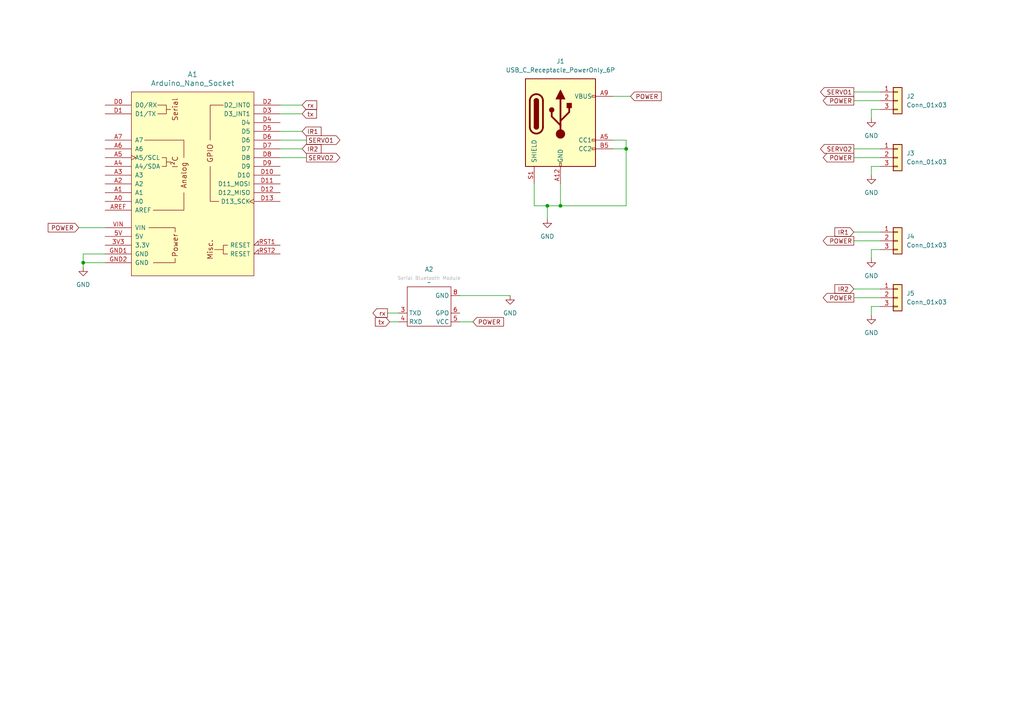
<source format=kicad_sch>
(kicad_sch (version 20230121) (generator eeschema)

  (uuid fe3096c6-5530-4d1c-b536-801d6fd60501)

  (paper "A4")

  (lib_symbols
    (symbol "Connector:USB_C_Receptacle_PowerOnly_6P" (pin_names (offset 1.016)) (in_bom yes) (on_board yes)
      (property "Reference" "J" (at 0 16.51 0)
        (effects (font (size 1.27 1.27)) (justify bottom))
      )
      (property "Value" "USB_C_Receptacle_PowerOnly_6P" (at 0 13.97 0)
        (effects (font (size 1.27 1.27)) (justify bottom))
      )
      (property "Footprint" "" (at 3.81 2.54 0)
        (effects (font (size 1.27 1.27)) hide)
      )
      (property "Datasheet" "https://www.usb.org/sites/default/files/documents/usb_type-c.zip" (at 0 0 0)
        (effects (font (size 1.27 1.27)) hide)
      )
      (property "ki_keywords" "usb universal serial bus type-C power-only charging-only 6P 6C" (at 0 0 0)
        (effects (font (size 1.27 1.27)) hide)
      )
      (property "ki_description" "USB Power-Only 6P Type-C Receptacle connector" (at 0 0 0)
        (effects (font (size 1.27 1.27)) hide)
      )
      (property "ki_fp_filters" "USB*C*Receptacle*" (at 0 0 0)
        (effects (font (size 1.27 1.27)) hide)
      )
      (symbol "USB_C_Receptacle_PowerOnly_6P_0_0"
        (rectangle (start -0.254 -12.7) (end 0.254 -11.684)
          (stroke (width 0) (type default))
          (fill (type none))
        )
        (rectangle (start 10.16 -7.366) (end 9.144 -7.874)
          (stroke (width 0) (type default))
          (fill (type none))
        )
        (rectangle (start 10.16 -4.826) (end 9.144 -5.334)
          (stroke (width 0) (type default))
          (fill (type none))
        )
        (rectangle (start 10.16 7.874) (end 9.144 7.366)
          (stroke (width 0) (type default))
          (fill (type none))
        )
      )
      (symbol "USB_C_Receptacle_PowerOnly_6P_0_1"
        (rectangle (start -10.16 12.7) (end 10.16 -12.7)
          (stroke (width 0.254) (type default))
          (fill (type background))
        )
        (arc (start -8.89 -1.27) (mid -6.985 -3.1667) (end -5.08 -1.27)
          (stroke (width 0.508) (type default))
          (fill (type none))
        )
        (arc (start -7.62 -1.27) (mid -6.985 -1.9023) (end -6.35 -1.27)
          (stroke (width 0.254) (type default))
          (fill (type none))
        )
        (arc (start -7.62 -1.27) (mid -6.985 -1.9023) (end -6.35 -1.27)
          (stroke (width 0.254) (type default))
          (fill (type outline))
        )
        (rectangle (start -7.62 -1.27) (end -6.35 6.35)
          (stroke (width 0.254) (type default))
          (fill (type outline))
        )
        (arc (start -6.35 6.35) (mid -6.985 6.9823) (end -7.62 6.35)
          (stroke (width 0.254) (type default))
          (fill (type none))
        )
        (arc (start -6.35 6.35) (mid -6.985 6.9823) (end -7.62 6.35)
          (stroke (width 0.254) (type default))
          (fill (type outline))
        )
        (arc (start -5.08 6.35) (mid -6.985 8.2467) (end -8.89 6.35)
          (stroke (width 0.508) (type default))
          (fill (type none))
        )
        (circle (center -2.54 3.683) (radius 0.635)
          (stroke (width 0.254) (type default))
          (fill (type outline))
        )
        (circle (center 0 -3.302) (radius 1.27)
          (stroke (width 0) (type default))
          (fill (type outline))
        )
        (polyline
          (pts
            (xy -8.89 -1.27)
            (xy -8.89 6.35)
          )
          (stroke (width 0.508) (type default))
          (fill (type none))
        )
        (polyline
          (pts
            (xy -5.08 6.35)
            (xy -5.08 -1.27)
          )
          (stroke (width 0.508) (type default))
          (fill (type none))
        )
        (polyline
          (pts
            (xy 0 -3.302)
            (xy 0 6.858)
          )
          (stroke (width 0.508) (type default))
          (fill (type none))
        )
        (polyline
          (pts
            (xy 0 -0.762)
            (xy -2.54 1.778)
            (xy -2.54 3.048)
          )
          (stroke (width 0.508) (type default))
          (fill (type none))
        )
        (polyline
          (pts
            (xy 0 0.508)
            (xy 2.54 3.048)
            (xy 2.54 4.318)
          )
          (stroke (width 0.508) (type default))
          (fill (type none))
        )
        (polyline
          (pts
            (xy -1.27 6.858)
            (xy 0 9.398)
            (xy 1.27 6.858)
            (xy -1.27 6.858)
          )
          (stroke (width 0.254) (type default))
          (fill (type outline))
        )
        (rectangle (start 1.905 4.318) (end 3.175 5.588)
          (stroke (width 0.254) (type default))
          (fill (type outline))
        )
      )
      (symbol "USB_C_Receptacle_PowerOnly_6P_1_1"
        (pin passive line (at 0 -17.78 90) (length 5.08)
          (name "GND" (effects (font (size 1.27 1.27))))
          (number "A12" (effects (font (size 1.27 1.27))))
        )
        (pin bidirectional line (at 15.24 -5.08 180) (length 5.08)
          (name "CC1" (effects (font (size 1.27 1.27))))
          (number "A5" (effects (font (size 1.27 1.27))))
        )
        (pin passive line (at 15.24 7.62 180) (length 5.08)
          (name "VBUS" (effects (font (size 1.27 1.27))))
          (number "A9" (effects (font (size 1.27 1.27))))
        )
        (pin passive line (at 0 -17.78 90) (length 5.08) hide
          (name "GND" (effects (font (size 1.27 1.27))))
          (number "B12" (effects (font (size 1.27 1.27))))
        )
        (pin bidirectional line (at 15.24 -7.62 180) (length 5.08)
          (name "CC2" (effects (font (size 1.27 1.27))))
          (number "B5" (effects (font (size 1.27 1.27))))
        )
        (pin passive line (at 15.24 7.62 180) (length 5.08) hide
          (name "VBUS" (effects (font (size 1.27 1.27))))
          (number "B9" (effects (font (size 1.27 1.27))))
        )
        (pin passive line (at -7.62 -17.78 90) (length 5.08)
          (name "SHIELD" (effects (font (size 1.27 1.27))))
          (number "S1" (effects (font (size 1.27 1.27))))
        )
      )
    )
    (symbol "Connector_Generic:Conn_01x03" (pin_names (offset 1.016) hide) (in_bom yes) (on_board yes)
      (property "Reference" "J" (at 0 5.08 0)
        (effects (font (size 1.27 1.27)))
      )
      (property "Value" "Conn_01x03" (at 0 -5.08 0)
        (effects (font (size 1.27 1.27)))
      )
      (property "Footprint" "" (at 0 0 0)
        (effects (font (size 1.27 1.27)) hide)
      )
      (property "Datasheet" "~" (at 0 0 0)
        (effects (font (size 1.27 1.27)) hide)
      )
      (property "ki_keywords" "connector" (at 0 0 0)
        (effects (font (size 1.27 1.27)) hide)
      )
      (property "ki_description" "Generic connector, single row, 01x03, script generated (kicad-library-utils/schlib/autogen/connector/)" (at 0 0 0)
        (effects (font (size 1.27 1.27)) hide)
      )
      (property "ki_fp_filters" "Connector*:*_1x??_*" (at 0 0 0)
        (effects (font (size 1.27 1.27)) hide)
      )
      (symbol "Conn_01x03_1_1"
        (rectangle (start -1.27 -2.413) (end 0 -2.667)
          (stroke (width 0.1524) (type default))
          (fill (type none))
        )
        (rectangle (start -1.27 0.127) (end 0 -0.127)
          (stroke (width 0.1524) (type default))
          (fill (type none))
        )
        (rectangle (start -1.27 2.667) (end 0 2.413)
          (stroke (width 0.1524) (type default))
          (fill (type none))
        )
        (rectangle (start -1.27 3.81) (end 1.27 -3.81)
          (stroke (width 0.254) (type default))
          (fill (type background))
        )
        (pin passive line (at -5.08 2.54 0) (length 3.81)
          (name "Pin_1" (effects (font (size 1.27 1.27))))
          (number "1" (effects (font (size 1.27 1.27))))
        )
        (pin passive line (at -5.08 0 0) (length 3.81)
          (name "Pin_2" (effects (font (size 1.27 1.27))))
          (number "2" (effects (font (size 1.27 1.27))))
        )
        (pin passive line (at -5.08 -2.54 0) (length 3.81)
          (name "Pin_3" (effects (font (size 1.27 1.27))))
          (number "3" (effects (font (size 1.27 1.27))))
        )
      )
    )
    (symbol "PCM_arduino-library:Arduino_Nano_Socket" (pin_names (offset 1.016)) (in_bom yes) (on_board yes)
      (property "Reference" "A" (at 0 33.02 0)
        (effects (font (size 1.524 1.524)))
      )
      (property "Value" "Arduino_Nano_Socket" (at 0 29.21 0)
        (effects (font (size 1.524 1.524)))
      )
      (property "Footprint" "PCM_arduino-library:Arduino_Nano_Socket" (at 0 -34.29 0)
        (effects (font (size 1.524 1.524)) hide)
      )
      (property "Datasheet" "https://docs.arduino.cc/hardware/nano" (at 0 -30.48 0)
        (effects (font (size 1.524 1.524)) hide)
      )
      (property "ki_keywords" "Arduino MPU Shield" (at 0 0 0)
        (effects (font (size 1.27 1.27)) hide)
      )
      (property "ki_description" "Socket for Arduino Nano" (at 0 0 0)
        (effects (font (size 1.27 1.27)) hide)
      )
      (property "ki_fp_filters" "Arduino_Nano_Socket" (at 0 0 0)
        (effects (font (size 1.27 1.27)) hide)
      )
      (symbol "Arduino_Nano_Socket_0_0"
        (rectangle (start -17.78 26.67) (end 17.78 -26.67)
          (stroke (width 0) (type default))
          (fill (type background))
        )
        (polyline
          (pts
            (xy -7.62 6.35)
            (xy -6.35 6.35)
          )
          (stroke (width 0) (type default))
          (fill (type none))
        )
        (polyline
          (pts
            (xy -7.62 21.59)
            (xy -6.35 21.59)
          )
          (stroke (width 0) (type default))
          (fill (type none))
        )
        (polyline
          (pts
            (xy 8.89 -19.05)
            (xy 6.35 -19.05)
          )
          (stroke (width 0) (type default))
          (fill (type none))
        )
        (polyline
          (pts
            (xy -11.43 -22.86)
            (xy -5.08 -22.86)
            (xy -5.08 -21.59)
          )
          (stroke (width 0) (type default))
          (fill (type none))
        )
        (polyline
          (pts
            (xy -5.08 -13.97)
            (xy -5.08 -12.7)
            (xy -12.7 -12.7)
          )
          (stroke (width 0) (type default))
          (fill (type none))
        )
        (polyline
          (pts
            (xy -10.16 22.86)
            (xy -7.62 22.86)
            (xy -7.62 20.32)
            (xy -10.16 20.32)
          )
          (stroke (width 0) (type default))
          (fill (type none))
        )
        (polyline
          (pts
            (xy -8.89 7.62)
            (xy -7.62 7.62)
            (xy -7.62 5.08)
            (xy -8.89 5.08)
          )
          (stroke (width 0) (type default))
          (fill (type none))
        )
        (text "Analog" (at -2.54 2.54 900)
          (effects (font (size 1.524 1.524)))
        )
        (text "I²C" (at -5.08 6.35 900)
          (effects (font (size 1.524 1.524)))
        )
        (text "Misc." (at 5.08 -19.05 900)
          (effects (font (size 1.524 1.524)))
        )
        (text "Power" (at -5.08 -17.78 900)
          (effects (font (size 1.524 1.524)))
        )
        (text "Serial" (at -5.08 21.59 900)
          (effects (font (size 1.524 1.524)))
        )
      )
      (symbol "Arduino_Nano_Socket_0_1"
        (polyline
          (pts
            (xy -13.97 12.7)
            (xy -2.54 12.7)
            (xy -2.54 7.62)
          )
          (stroke (width 0) (type default))
          (fill (type none))
        )
        (polyline
          (pts
            (xy -11.43 -7.62)
            (xy -2.54 -7.62)
            (xy -2.54 -2.54)
          )
          (stroke (width 0) (type default))
          (fill (type none))
        )
        (polyline
          (pts
            (xy 7.62 -5.08)
            (xy 5.08 -5.08)
            (xy 5.08 5.08)
          )
          (stroke (width 0) (type default))
          (fill (type none))
        )
        (polyline
          (pts
            (xy 8.89 22.86)
            (xy 5.08 22.86)
            (xy 5.08 12.7)
          )
          (stroke (width 0) (type default))
          (fill (type none))
        )
        (polyline
          (pts
            (xy 10.16 -17.78)
            (xy 8.89 -17.78)
            (xy 8.89 -20.32)
            (xy 10.16 -20.32)
          )
          (stroke (width 0) (type default))
          (fill (type none))
        )
      )
      (symbol "Arduino_Nano_Socket_1_0"
        (text "GPIO" (at 5.08 8.89 900)
          (effects (font (size 1.524 1.524)))
        )
      )
      (symbol "Arduino_Nano_Socket_1_1"
        (pin power_out line (at -25.4 -17.78 0) (length 7.62)
          (name "3.3V" (effects (font (size 1.27 1.27))))
          (number "3V3" (effects (font (size 1.27 1.27))))
        )
        (pin power_in line (at -25.4 -15.24 0) (length 7.62)
          (name "5V" (effects (font (size 1.27 1.27))))
          (number "5V" (effects (font (size 1.27 1.27))))
        )
        (pin bidirectional line (at -25.4 -5.08 0) (length 7.62)
          (name "A0" (effects (font (size 1.27 1.27))))
          (number "A0" (effects (font (size 1.27 1.27))))
        )
        (pin bidirectional line (at -25.4 -2.54 0) (length 7.62)
          (name "A1" (effects (font (size 1.27 1.27))))
          (number "A1" (effects (font (size 1.27 1.27))))
        )
        (pin bidirectional line (at -25.4 0 0) (length 7.62)
          (name "A2" (effects (font (size 1.27 1.27))))
          (number "A2" (effects (font (size 1.27 1.27))))
        )
        (pin bidirectional line (at -25.4 2.54 0) (length 7.62)
          (name "A3" (effects (font (size 1.27 1.27))))
          (number "A3" (effects (font (size 1.27 1.27))))
        )
        (pin bidirectional line (at -25.4 5.08 0) (length 7.62)
          (name "A4/SDA" (effects (font (size 1.27 1.27))))
          (number "A4" (effects (font (size 1.27 1.27))))
        )
        (pin bidirectional clock (at -25.4 7.62 0) (length 7.62)
          (name "A5/SCL" (effects (font (size 1.27 1.27))))
          (number "A5" (effects (font (size 1.27 1.27))))
        )
        (pin input line (at -25.4 10.16 0) (length 7.62)
          (name "A6" (effects (font (size 1.27 1.27))))
          (number "A6" (effects (font (size 1.27 1.27))))
        )
        (pin input line (at -25.4 12.7 0) (length 7.62)
          (name "A7" (effects (font (size 1.27 1.27))))
          (number "A7" (effects (font (size 1.27 1.27))))
        )
        (pin input line (at -25.4 -7.62 0) (length 7.62)
          (name "AREF" (effects (font (size 1.27 1.27))))
          (number "AREF" (effects (font (size 1.27 1.27))))
        )
        (pin bidirectional line (at -25.4 22.86 0) (length 7.62)
          (name "D0/RX" (effects (font (size 1.27 1.27))))
          (number "D0" (effects (font (size 1.27 1.27))))
        )
        (pin bidirectional line (at -25.4 20.32 0) (length 7.62)
          (name "D1/TX" (effects (font (size 1.27 1.27))))
          (number "D1" (effects (font (size 1.27 1.27))))
        )
        (pin bidirectional line (at 25.4 2.54 180) (length 7.62)
          (name "D10" (effects (font (size 1.27 1.27))))
          (number "D10" (effects (font (size 1.27 1.27))))
        )
        (pin bidirectional line (at 25.4 0 180) (length 7.62)
          (name "D11_MOSI" (effects (font (size 1.27 1.27))))
          (number "D11" (effects (font (size 1.27 1.27))))
        )
        (pin bidirectional line (at 25.4 -2.54 180) (length 7.62)
          (name "D12_MISO" (effects (font (size 1.27 1.27))))
          (number "D12" (effects (font (size 1.27 1.27))))
        )
        (pin bidirectional clock (at 25.4 -5.08 180) (length 7.62)
          (name "D13_SCK" (effects (font (size 1.27 1.27))))
          (number "D13" (effects (font (size 1.27 1.27))))
        )
        (pin bidirectional line (at 25.4 22.86 180) (length 7.62)
          (name "D2_INT0" (effects (font (size 1.27 1.27))))
          (number "D2" (effects (font (size 1.27 1.27))))
        )
        (pin bidirectional line (at 25.4 20.32 180) (length 7.62)
          (name "D3_INT1" (effects (font (size 1.27 1.27))))
          (number "D3" (effects (font (size 1.27 1.27))))
        )
        (pin bidirectional line (at 25.4 17.78 180) (length 7.62)
          (name "D4" (effects (font (size 1.27 1.27))))
          (number "D4" (effects (font (size 1.27 1.27))))
        )
        (pin bidirectional line (at 25.4 15.24 180) (length 7.62)
          (name "D5" (effects (font (size 1.27 1.27))))
          (number "D5" (effects (font (size 1.27 1.27))))
        )
        (pin bidirectional line (at 25.4 12.7 180) (length 7.62)
          (name "D6" (effects (font (size 1.27 1.27))))
          (number "D6" (effects (font (size 1.27 1.27))))
        )
        (pin bidirectional line (at 25.4 10.16 180) (length 7.62)
          (name "D7" (effects (font (size 1.27 1.27))))
          (number "D7" (effects (font (size 1.27 1.27))))
        )
        (pin bidirectional line (at 25.4 7.62 180) (length 7.62)
          (name "D8" (effects (font (size 1.27 1.27))))
          (number "D8" (effects (font (size 1.27 1.27))))
        )
        (pin bidirectional line (at 25.4 5.08 180) (length 7.62)
          (name "D9" (effects (font (size 1.27 1.27))))
          (number "D9" (effects (font (size 1.27 1.27))))
        )
        (pin power_in line (at -25.4 -20.32 0) (length 7.62)
          (name "GND" (effects (font (size 1.27 1.27))))
          (number "GND1" (effects (font (size 1.27 1.27))))
        )
        (pin power_in line (at -25.4 -22.86 0) (length 7.62)
          (name "GND" (effects (font (size 1.27 1.27))))
          (number "GND2" (effects (font (size 1.27 1.27))))
        )
        (pin open_collector input_low (at 25.4 -17.78 180) (length 7.62)
          (name "RESET" (effects (font (size 1.27 1.27))))
          (number "RST1" (effects (font (size 1.27 1.27))))
        )
        (pin open_collector input_low (at 25.4 -20.32 180) (length 7.62)
          (name "RESET" (effects (font (size 1.27 1.27))))
          (number "RST2" (effects (font (size 1.27 1.27))))
        )
        (pin power_in line (at -25.4 -12.7 0) (length 7.62)
          (name "VIN" (effects (font (size 1.27 1.27))))
          (number "VIN" (effects (font (size 1.27 1.27))))
        )
      )
    )
    (symbol "power:GND" (power) (pin_names (offset 0)) (in_bom yes) (on_board yes)
      (property "Reference" "#PWR" (at 0 -6.35 0)
        (effects (font (size 1.27 1.27)) hide)
      )
      (property "Value" "GND" (at 0 -3.81 0)
        (effects (font (size 1.27 1.27)))
      )
      (property "Footprint" "" (at 0 0 0)
        (effects (font (size 1.27 1.27)) hide)
      )
      (property "Datasheet" "" (at 0 0 0)
        (effects (font (size 1.27 1.27)) hide)
      )
      (property "ki_keywords" "global power" (at 0 0 0)
        (effects (font (size 1.27 1.27)) hide)
      )
      (property "ki_description" "Power symbol creates a global label with name \"GND\" , ground" (at 0 0 0)
        (effects (font (size 1.27 1.27)) hide)
      )
      (symbol "GND_0_1"
        (polyline
          (pts
            (xy 0 0)
            (xy 0 -1.27)
            (xy 1.27 -1.27)
            (xy 0 -2.54)
            (xy -1.27 -1.27)
            (xy 0 -1.27)
          )
          (stroke (width 0) (type default))
          (fill (type none))
        )
      )
      (symbol "GND_1_1"
        (pin power_in line (at 0 0 270) (length 0) hide
          (name "GND" (effects (font (size 1.27 1.27))))
          (number "1" (effects (font (size 1.27 1.27))))
        )
      )
    )
    (symbol "project_lib:Serial_bluetooth" (in_bom yes) (on_board yes)
      (property "Reference" "A" (at -6.35 15.24 0)
        (effects (font (size 1.27 1.27)))
      )
      (property "Value" "" (at -6.35 11.43 0)
        (effects (font (size 1.27 1.27)))
      )
      (property "Footprint" "" (at -6.35 11.43 0)
        (effects (font (size 1.27 1.27)) hide)
      )
      (property "Datasheet" "" (at -6.35 11.43 0)
        (effects (font (size 1.27 1.27)) hide)
      )
      (symbol "Serial_bluetooth_0_1"
        (rectangle (start -12.7 10.16) (end 0 -1.27)
          (stroke (width 0) (type default))
          (fill (type none))
        )
      )
      (symbol "Serial_bluetooth_1_1"
        (text "Serial Bluetooth Module\n" (at -6.35 12.7 0)
          (effects (font (size 1 1) (color 194 194 194 1)))
        )
        (pin output line (at -15.24 2.54 0) (length 2.54)
          (name "TXD" (effects (font (size 1.27 1.27))))
          (number "3" (effects (font (size 1.27 1.27))))
        )
        (pin input line (at -15.24 0 0) (length 2.54)
          (name "RXD" (effects (font (size 1.27 1.27))))
          (number "4" (effects (font (size 1.27 1.27))))
        )
        (pin input line (at 2.54 0 180) (length 2.54)
          (name "VCC" (effects (font (size 1.27 1.27))))
          (number "5" (effects (font (size 1.27 1.27))))
        )
        (pin output line (at 2.54 2.54 180) (length 2.54)
          (name "GPO" (effects (font (size 1.27 1.27))))
          (number "6" (effects (font (size 1.27 1.27))))
        )
        (pin output line (at 2.54 7.62 180) (length 2.54)
          (name "GND" (effects (font (size 1.27 1.27))))
          (number "8" (effects (font (size 1.27 1.27))))
        )
      )
    )
  )

  (junction (at 158.75 59.69) (diameter 0) (color 0 0 0 0)
    (uuid 085d87ee-fc48-4481-95a4-1c41c2b25c91)
  )
  (junction (at 24.13 76.2) (diameter 0) (color 0 0 0 0)
    (uuid 4ffe1a2a-f166-4f02-aaf8-dee3f8abc23d)
  )
  (junction (at 181.61 43.18) (diameter 0) (color 0 0 0 0)
    (uuid a1562d89-ab29-4d03-b88b-bf2439ceb67b)
  )
  (junction (at 162.56 59.69) (diameter 0) (color 0 0 0 0)
    (uuid cc66cd81-2965-4970-a663-36109647ea3e)
  )

  (wire (pts (xy 252.73 34.29) (xy 252.73 31.75))
    (stroke (width 0) (type default))
    (uuid 01427ead-10b8-4dc3-9e8c-0f9d43d3dc30)
  )
  (wire (pts (xy 133.35 93.345) (xy 137.16 93.345))
    (stroke (width 0) (type default))
    (uuid 0881d27c-dbd4-4be5-8517-eb74b0c4f387)
  )
  (wire (pts (xy 252.73 31.75) (xy 255.27 31.75))
    (stroke (width 0) (type default))
    (uuid 0888ecbf-973f-4efc-aec3-4d8e82ee2402)
  )
  (wire (pts (xy 181.61 43.18) (xy 181.61 59.69))
    (stroke (width 0) (type default))
    (uuid 0bb06cd3-9cd0-4af6-9674-d0215fdf87d0)
  )
  (wire (pts (xy 177.8 40.64) (xy 181.61 40.64))
    (stroke (width 0) (type default))
    (uuid 0e5b62b0-c75a-4574-ad7a-f21ce768bec8)
  )
  (wire (pts (xy 154.94 59.69) (xy 158.75 59.69))
    (stroke (width 0) (type default))
    (uuid 0f9f95ae-e65c-46c9-9392-b9131a9b0c89)
  )
  (wire (pts (xy 81.28 30.48) (xy 87.63 30.48))
    (stroke (width 0) (type default))
    (uuid 10201221-4039-4c40-9234-6ed7b6db87e4)
  )
  (wire (pts (xy 255.27 48.26) (xy 252.73 48.26))
    (stroke (width 0) (type default))
    (uuid 1783cd3d-b209-4e49-8745-97fbf998c8bf)
  )
  (wire (pts (xy 252.73 74.93) (xy 252.73 72.39))
    (stroke (width 0) (type default))
    (uuid 2a4f2eb4-7203-4f45-a0c2-531cb9b19329)
  )
  (wire (pts (xy 255.27 88.9) (xy 252.73 88.9))
    (stroke (width 0) (type default))
    (uuid 44a63704-b8e0-4aa5-a889-fad282f9b7fe)
  )
  (wire (pts (xy 30.48 76.2) (xy 24.13 76.2))
    (stroke (width 0) (type default))
    (uuid 46f9e0bf-498f-4401-8937-cfd67a04cf3e)
  )
  (wire (pts (xy 247.65 69.85) (xy 255.27 69.85))
    (stroke (width 0) (type default))
    (uuid 4c1b53af-3e3c-4e72-8406-7681590f0ecd)
  )
  (wire (pts (xy 247.65 45.72) (xy 255.27 45.72))
    (stroke (width 0) (type default))
    (uuid 4df56efd-0d8b-461d-bc72-57d411875168)
  )
  (wire (pts (xy 247.65 67.31) (xy 255.27 67.31))
    (stroke (width 0) (type default))
    (uuid 56941fc7-1e89-41ca-998a-37c3d72fad56)
  )
  (wire (pts (xy 247.65 43.18) (xy 255.27 43.18))
    (stroke (width 0) (type default))
    (uuid 5b6ebadd-0cb0-40a9-b3ff-f772de0d0558)
  )
  (wire (pts (xy 252.73 72.39) (xy 255.27 72.39))
    (stroke (width 0) (type default))
    (uuid 5c797c0c-43ac-469b-b182-482d80fbbe88)
  )
  (wire (pts (xy 252.73 88.9) (xy 252.73 91.44))
    (stroke (width 0) (type default))
    (uuid 6bebb3a6-0927-4d7a-93b6-c6d2fc38a323)
  )
  (wire (pts (xy 247.65 29.21) (xy 255.27 29.21))
    (stroke (width 0) (type default))
    (uuid 6fd9e478-ed5a-44fa-ae31-2daf3d6f41ec)
  )
  (wire (pts (xy 81.28 45.72) (xy 88.9 45.72))
    (stroke (width 0) (type default))
    (uuid 76ef33f2-0e69-4322-ac29-630d55c4385e)
  )
  (wire (pts (xy 247.65 86.36) (xy 255.27 86.36))
    (stroke (width 0) (type default))
    (uuid 8693a3d9-35f6-40b7-a5a5-2313241aaec3)
  )
  (wire (pts (xy 112.395 90.805) (xy 115.57 90.805))
    (stroke (width 0) (type default))
    (uuid 8a345340-ee89-4014-88bc-78ff0d6a4d78)
  )
  (wire (pts (xy 81.28 40.64) (xy 88.9 40.64))
    (stroke (width 0) (type default))
    (uuid 90703987-ff85-47b0-9ae1-932c0a000e6d)
  )
  (wire (pts (xy 81.28 33.02) (xy 87.63 33.02))
    (stroke (width 0) (type default))
    (uuid 9a1853d9-c32f-4368-8b93-872e48beccb0)
  )
  (wire (pts (xy 154.94 53.34) (xy 154.94 59.69))
    (stroke (width 0) (type default))
    (uuid 9e5f270a-624c-41b1-9652-002f43c86613)
  )
  (wire (pts (xy 177.8 27.94) (xy 182.88 27.94))
    (stroke (width 0) (type default))
    (uuid ab17c780-c151-4da3-8988-09a12d1f0ede)
  )
  (wire (pts (xy 162.56 59.69) (xy 181.61 59.69))
    (stroke (width 0) (type default))
    (uuid ac66db18-9153-4c14-bec5-988fd90e2053)
  )
  (wire (pts (xy 252.73 48.26) (xy 252.73 50.8))
    (stroke (width 0) (type default))
    (uuid ad629c4e-1766-4aa9-aa51-3bf8be9c6c35)
  )
  (wire (pts (xy 133.35 85.725) (xy 147.955 85.725))
    (stroke (width 0) (type default))
    (uuid b197508f-b8f3-4290-a022-460d3916ec55)
  )
  (wire (pts (xy 24.13 73.66) (xy 30.48 73.66))
    (stroke (width 0) (type default))
    (uuid b4bd2439-06ae-4f83-b9c2-f4c57cad34b7)
  )
  (wire (pts (xy 247.65 26.67) (xy 255.27 26.67))
    (stroke (width 0) (type default))
    (uuid b7f73128-3282-4d92-843c-a37dbc1be0bd)
  )
  (wire (pts (xy 162.56 53.34) (xy 162.56 59.69))
    (stroke (width 0) (type default))
    (uuid b8b0ff3c-c119-48ff-a89b-9783f7296310)
  )
  (wire (pts (xy 113.03 93.345) (xy 115.57 93.345))
    (stroke (width 0) (type default))
    (uuid baacfa1f-4d01-4ee9-9322-5e6c57e11150)
  )
  (wire (pts (xy 24.13 73.66) (xy 24.13 76.2))
    (stroke (width 0) (type default))
    (uuid c295f5aa-25c4-45d1-b69a-39c2b022b5e7)
  )
  (wire (pts (xy 158.75 63.5) (xy 158.75 59.69))
    (stroke (width 0) (type default))
    (uuid c5e0e591-676c-46cb-9c5e-66d24385a9b6)
  )
  (wire (pts (xy 81.28 38.1) (xy 87.63 38.1))
    (stroke (width 0) (type default))
    (uuid ce0ed4bc-fcc2-4b06-bd12-1caf927c1563)
  )
  (wire (pts (xy 181.61 40.64) (xy 181.61 43.18))
    (stroke (width 0) (type default))
    (uuid ce2f82c2-20aa-4ab3-a511-6f9b03dbe6b0)
  )
  (wire (pts (xy 24.13 76.2) (xy 24.13 77.47))
    (stroke (width 0) (type default))
    (uuid d5a29d76-3e5b-469e-87d6-f042516b192f)
  )
  (wire (pts (xy 247.65 83.82) (xy 255.27 83.82))
    (stroke (width 0) (type default))
    (uuid d823e971-221d-4a64-9cf7-6e60823234af)
  )
  (wire (pts (xy 177.8 43.18) (xy 181.61 43.18))
    (stroke (width 0) (type default))
    (uuid df48ada3-1fc1-4904-8d61-b861a2b55eeb)
  )
  (wire (pts (xy 162.56 59.69) (xy 158.75 59.69))
    (stroke (width 0) (type default))
    (uuid dfcc0279-1ca5-4bba-afa6-130b96a18a30)
  )
  (wire (pts (xy 81.28 43.18) (xy 87.63 43.18))
    (stroke (width 0) (type default))
    (uuid ed83feac-06d7-41a9-bbfd-082842f75a30)
  )
  (wire (pts (xy 22.86 66.04) (xy 30.48 66.04))
    (stroke (width 0) (type default))
    (uuid f07c68e5-d87c-4c8f-a547-f4750220238c)
  )

  (global_label "tx" (shape input) (at 113.03 93.345 180) (fields_autoplaced)
    (effects (font (size 1.27 1.27)) (justify right))
    (uuid 055fc709-c4c8-4fdc-b524-54ef0b9c777f)
    (property "Intersheetrefs" "${INTERSHEET_REFS}" (at 108.291 93.345 0)
      (effects (font (size 1.27 1.27)) (justify right) hide)
    )
  )
  (global_label "SERVO2" (shape output) (at 247.65 43.18 180) (fields_autoplaced)
    (effects (font (size 1.27 1.27)) (justify right))
    (uuid 47adce76-6e56-44b4-9525-7857ced00823)
    (property "Intersheetrefs" "${INTERSHEET_REFS}" (at 237.4077 43.18 0)
      (effects (font (size 1.27 1.27)) (justify right) hide)
    )
  )
  (global_label "POWER" (shape output) (at 247.65 86.36 180) (fields_autoplaced)
    (effects (font (size 1.27 1.27)) (justify right))
    (uuid 4ff6fb8b-f3b4-4842-b036-edb8ba42fee8)
    (property "Intersheetrefs" "${INTERSHEET_REFS}" (at 238.1939 86.36 0)
      (effects (font (size 1.27 1.27)) (justify right) hide)
    )
  )
  (global_label "tx" (shape input) (at 87.63 33.02 0) (fields_autoplaced)
    (effects (font (size 1.27 1.27)) (justify left))
    (uuid 53586713-d8a7-416f-aece-705db101d509)
    (property "Intersheetrefs" "${INTERSHEET_REFS}" (at 92.369 33.02 0)
      (effects (font (size 1.27 1.27)) (justify left) hide)
    )
  )
  (global_label "POWER" (shape output) (at 247.65 29.21 180) (fields_autoplaced)
    (effects (font (size 1.27 1.27)) (justify right))
    (uuid 53e2f53a-630b-425d-89e4-2cb112d9282a)
    (property "Intersheetrefs" "${INTERSHEET_REFS}" (at 238.1939 29.21 0)
      (effects (font (size 1.27 1.27)) (justify right) hide)
    )
  )
  (global_label "POWER" (shape input) (at 22.86 66.04 180) (fields_autoplaced)
    (effects (font (size 1.27 1.27)) (justify right))
    (uuid 80bc09ee-b2b7-4c8d-9b88-547c5fad02a5)
    (property "Intersheetrefs" "${INTERSHEET_REFS}" (at 13.4039 66.04 0)
      (effects (font (size 1.27 1.27)) (justify right) hide)
    )
  )
  (global_label "rx" (shape output) (at 112.395 90.805 180) (fields_autoplaced)
    (effects (font (size 1.27 1.27)) (justify right))
    (uuid 8129cb12-45c7-4613-abbf-1cd577e9e5e8)
    (property "Intersheetrefs" "${INTERSHEET_REFS}" (at 107.5955 90.805 0)
      (effects (font (size 1.27 1.27)) (justify right) hide)
    )
  )
  (global_label "IR1" (shape input) (at 87.63 38.1 0) (fields_autoplaced)
    (effects (font (size 1.27 1.27)) (justify left))
    (uuid 85accc22-a720-4f6a-aaa1-fc46dde8094d)
    (property "Intersheetrefs" "${INTERSHEET_REFS}" (at 93.6995 38.1 0)
      (effects (font (size 1.27 1.27)) (justify left) hide)
    )
  )
  (global_label "IR2" (shape input) (at 87.63 43.18 0) (fields_autoplaced)
    (effects (font (size 1.27 1.27)) (justify left))
    (uuid 95ff984d-11d8-4037-b686-2b9a7edc6ff2)
    (property "Intersheetrefs" "${INTERSHEET_REFS}" (at 93.6995 43.18 0)
      (effects (font (size 1.27 1.27)) (justify left) hide)
    )
  )
  (global_label "SERVO1" (shape output) (at 247.65 26.67 180) (fields_autoplaced)
    (effects (font (size 1.27 1.27)) (justify right))
    (uuid 9c8e5235-3082-430d-aad8-8540c944353f)
    (property "Intersheetrefs" "${INTERSHEET_REFS}" (at 237.4077 26.67 0)
      (effects (font (size 1.27 1.27)) (justify right) hide)
    )
  )
  (global_label "rx" (shape input) (at 87.63 30.48 0) (fields_autoplaced)
    (effects (font (size 1.27 1.27)) (justify left))
    (uuid a522cc6d-77d8-4c6c-a33f-df1a5c6dba1b)
    (property "Intersheetrefs" "${INTERSHEET_REFS}" (at 92.4295 30.48 0)
      (effects (font (size 1.27 1.27)) (justify left) hide)
    )
  )
  (global_label "SERVO2" (shape output) (at 88.9 45.72 0) (fields_autoplaced)
    (effects (font (size 1.27 1.27)) (justify left))
    (uuid ab494948-3f20-466e-b1a3-dcf7743c5d5f)
    (property "Intersheetrefs" "${INTERSHEET_REFS}" (at 99.1423 45.72 0)
      (effects (font (size 1.27 1.27)) (justify left) hide)
    )
  )
  (global_label "POWER" (shape output) (at 247.65 45.72 180) (fields_autoplaced)
    (effects (font (size 1.27 1.27)) (justify right))
    (uuid b0faf86e-c62f-4be3-8bee-fd52b3f26885)
    (property "Intersheetrefs" "${INTERSHEET_REFS}" (at 238.1939 45.72 0)
      (effects (font (size 1.27 1.27)) (justify right) hide)
    )
  )
  (global_label "IR1" (shape input) (at 247.65 67.31 180) (fields_autoplaced)
    (effects (font (size 1.27 1.27)) (justify right))
    (uuid b76514d7-b93a-4528-b176-d86ecd1c9955)
    (property "Intersheetrefs" "${INTERSHEET_REFS}" (at 241.5805 67.31 0)
      (effects (font (size 1.27 1.27)) (justify right) hide)
    )
  )
  (global_label "SERVO1" (shape output) (at 88.9 40.64 0) (fields_autoplaced)
    (effects (font (size 1.27 1.27)) (justify left))
    (uuid c1f79672-0ca6-4226-b43d-0fb54cc36936)
    (property "Intersheetrefs" "${INTERSHEET_REFS}" (at 99.1423 40.64 0)
      (effects (font (size 1.27 1.27)) (justify left) hide)
    )
  )
  (global_label "POWER" (shape output) (at 247.65 69.85 180) (fields_autoplaced)
    (effects (font (size 1.27 1.27)) (justify right))
    (uuid e730fa2c-2a70-4c71-b51d-cbf1093fdfff)
    (property "Intersheetrefs" "${INTERSHEET_REFS}" (at 238.1939 69.85 0)
      (effects (font (size 1.27 1.27)) (justify right) hide)
    )
  )
  (global_label "POWER" (shape input) (at 137.16 93.345 0) (fields_autoplaced)
    (effects (font (size 1.27 1.27)) (justify left))
    (uuid e9138a03-56e0-43a1-bf78-d870b2e5954a)
    (property "Intersheetrefs" "${INTERSHEET_REFS}" (at 146.6161 93.345 0)
      (effects (font (size 1.27 1.27)) (justify left) hide)
    )
  )
  (global_label "POWER" (shape input) (at 182.88 27.94 0) (fields_autoplaced)
    (effects (font (size 1.27 1.27)) (justify left))
    (uuid f44bb6a1-5574-4507-a9e3-bee13872fb10)
    (property "Intersheetrefs" "${INTERSHEET_REFS}" (at 192.3361 27.94 0)
      (effects (font (size 1.27 1.27)) (justify left) hide)
    )
  )
  (global_label "IR2" (shape input) (at 247.65 83.82 180) (fields_autoplaced)
    (effects (font (size 1.27 1.27)) (justify right))
    (uuid fb45536d-56e9-403d-a34c-80e7a9afd2c8)
    (property "Intersheetrefs" "${INTERSHEET_REFS}" (at 241.5805 83.82 0)
      (effects (font (size 1.27 1.27)) (justify right) hide)
    )
  )

  (symbol (lib_id "project_lib:Serial_bluetooth") (at 130.81 93.345 0) (unit 1)
    (in_bom yes) (on_board yes) (dnp no) (fields_autoplaced)
    (uuid 26e32568-1759-45a0-845a-078adb2bc81d)
    (property "Reference" "A2" (at 124.46 78.105 0)
      (effects (font (size 1.27 1.27)))
    )
    (property "Value" "~" (at 124.46 81.915 0)
      (effects (font (size 1.27 1.27)))
    )
    (property "Footprint" "project_lib:Bluetooth_Serial" (at 124.46 81.915 0)
      (effects (font (size 1.27 1.27)) hide)
    )
    (property "Datasheet" "" (at 124.46 81.915 0)
      (effects (font (size 1.27 1.27)) hide)
    )
    (pin "3" (uuid ef86b63a-6e5b-4887-971d-f0b1b55a17d0))
    (pin "4" (uuid bcce0705-14d3-4ae3-ab0b-e11663dbc656))
    (pin "5" (uuid 339720bf-03f8-4d08-9fd2-43a1b7d2008e))
    (pin "6" (uuid efd7cb56-adc9-49bc-8252-00a45597b076))
    (pin "8" (uuid 6886ca50-a83d-4589-95de-3eda0756d126))
    (instances
      (project "tutorial"
        (path "/fe3096c6-5530-4d1c-b536-801d6fd60501"
          (reference "A2") (unit 1)
        )
      )
    )
  )

  (symbol (lib_id "Connector_Generic:Conn_01x03") (at 260.35 69.85 0) (unit 1)
    (in_bom yes) (on_board yes) (dnp no) (fields_autoplaced)
    (uuid 3b822e48-7560-4e6f-9c7f-8612b40e5475)
    (property "Reference" "J4" (at 262.89 68.58 0)
      (effects (font (size 1.27 1.27)) (justify left))
    )
    (property "Value" "Conn_01x03" (at 262.89 71.12 0)
      (effects (font (size 1.27 1.27)) (justify left))
    )
    (property "Footprint" "Connector_PinHeader_2.54mm:PinHeader_1x03_P2.54mm_Vertical" (at 260.35 69.85 0)
      (effects (font (size 1.27 1.27)) hide)
    )
    (property "Datasheet" "~" (at 260.35 69.85 0)
      (effects (font (size 1.27 1.27)) hide)
    )
    (pin "1" (uuid b54d9897-94c0-4b73-9545-46f044d06eed))
    (pin "2" (uuid 6dd3424e-90ef-4685-81d4-eaa08b9ce024))
    (pin "3" (uuid ecf7871b-e98a-4272-972b-3b68422bb3b6))
    (instances
      (project "tutorial"
        (path "/fe3096c6-5530-4d1c-b536-801d6fd60501"
          (reference "J4") (unit 1)
        )
      )
    )
  )

  (symbol (lib_id "power:GND") (at 147.955 85.725 0) (unit 1)
    (in_bom yes) (on_board yes) (dnp no) (fields_autoplaced)
    (uuid 3cdd6da5-b8a1-4f92-8522-a2b77efedafc)
    (property "Reference" "#PWR07" (at 147.955 92.075 0)
      (effects (font (size 1.27 1.27)) hide)
    )
    (property "Value" "GND" (at 147.955 90.805 0)
      (effects (font (size 1.27 1.27)))
    )
    (property "Footprint" "" (at 147.955 85.725 0)
      (effects (font (size 1.27 1.27)) hide)
    )
    (property "Datasheet" "" (at 147.955 85.725 0)
      (effects (font (size 1.27 1.27)) hide)
    )
    (pin "1" (uuid 3ab76079-428f-4a59-b6df-10b1a56b2a4b))
    (instances
      (project "tutorial"
        (path "/fe3096c6-5530-4d1c-b536-801d6fd60501"
          (reference "#PWR07") (unit 1)
        )
      )
    )
  )

  (symbol (lib_id "Connector_Generic:Conn_01x03") (at 260.35 86.36 0) (unit 1)
    (in_bom yes) (on_board yes) (dnp no) (fields_autoplaced)
    (uuid 44313c44-1348-4f60-9f6b-3812da633356)
    (property "Reference" "J5" (at 262.89 85.09 0)
      (effects (font (size 1.27 1.27)) (justify left))
    )
    (property "Value" "Conn_01x03" (at 262.89 87.63 0)
      (effects (font (size 1.27 1.27)) (justify left))
    )
    (property "Footprint" "Connector_PinHeader_2.54mm:PinHeader_1x03_P2.54mm_Vertical" (at 260.35 86.36 0)
      (effects (font (size 1.27 1.27)) hide)
    )
    (property "Datasheet" "~" (at 260.35 86.36 0)
      (effects (font (size 1.27 1.27)) hide)
    )
    (pin "1" (uuid 6bfa02fc-ee6f-493a-b235-3728556919c7))
    (pin "2" (uuid f7ba27d2-ed75-4eaf-bf92-b77d6e6abbf1))
    (pin "3" (uuid 022ac83c-ebb4-44b3-91ed-72a27e630418))
    (instances
      (project "tutorial"
        (path "/fe3096c6-5530-4d1c-b536-801d6fd60501"
          (reference "J5") (unit 1)
        )
      )
    )
  )

  (symbol (lib_id "Connector:USB_C_Receptacle_PowerOnly_6P") (at 162.56 35.56 0) (unit 1)
    (in_bom yes) (on_board yes) (dnp no) (fields_autoplaced)
    (uuid 49de78c4-d563-4399-a455-a085d75e0c29)
    (property "Reference" "J1" (at 162.56 17.78 0)
      (effects (font (size 1.27 1.27)))
    )
    (property "Value" "USB_C_Receptacle_PowerOnly_6P" (at 162.56 20.32 0)
      (effects (font (size 1.27 1.27)))
    )
    (property "Footprint" "Connector_USB:USB_C_Receptacle_XKB_U262-16XN-4BVC11" (at 166.37 33.02 0)
      (effects (font (size 1.27 1.27)) hide)
    )
    (property "Datasheet" "https://www.usb.org/sites/default/files/documents/usb_type-c.zip" (at 162.56 35.56 0)
      (effects (font (size 1.27 1.27)) hide)
    )
    (pin "A12" (uuid 5de6b925-d4ee-4d9c-95a4-fb7fee631792))
    (pin "A5" (uuid d76f666e-bc9c-4c4e-ab69-6efca988c71d))
    (pin "A9" (uuid 5e0e4d40-632b-4f70-a331-513e75aa7e22))
    (pin "B12" (uuid d347b75e-9f1d-49de-9278-8fa3590849ba))
    (pin "B5" (uuid 842f5928-8cf3-43ec-ba0e-abf05fa41050))
    (pin "B9" (uuid b0ec767e-70a2-46e5-a7de-7c76ce6be186))
    (pin "S1" (uuid 08902aa5-f4da-4fb8-b1af-68952047e941))
    (instances
      (project "tutorial"
        (path "/fe3096c6-5530-4d1c-b536-801d6fd60501"
          (reference "J1") (unit 1)
        )
      )
    )
  )

  (symbol (lib_id "power:GND") (at 158.75 63.5 0) (unit 1)
    (in_bom yes) (on_board yes) (dnp no) (fields_autoplaced)
    (uuid 625c90c7-a9c1-42ab-8202-a127b5549ad9)
    (property "Reference" "#PWR02" (at 158.75 69.85 0)
      (effects (font (size 1.27 1.27)) hide)
    )
    (property "Value" "GND" (at 158.75 68.58 0)
      (effects (font (size 1.27 1.27)))
    )
    (property "Footprint" "" (at 158.75 63.5 0)
      (effects (font (size 1.27 1.27)) hide)
    )
    (property "Datasheet" "" (at 158.75 63.5 0)
      (effects (font (size 1.27 1.27)) hide)
    )
    (pin "1" (uuid 36a5f06c-79ea-4955-8f93-85a5537fea36))
    (instances
      (project "tutorial"
        (path "/fe3096c6-5530-4d1c-b536-801d6fd60501"
          (reference "#PWR02") (unit 1)
        )
      )
    )
  )

  (symbol (lib_id "Connector_Generic:Conn_01x03") (at 260.35 29.21 0) (unit 1)
    (in_bom yes) (on_board yes) (dnp no) (fields_autoplaced)
    (uuid 793bb74a-e8ef-428e-a170-6d36f0a956a7)
    (property "Reference" "J2" (at 262.89 27.94 0)
      (effects (font (size 1.27 1.27)) (justify left))
    )
    (property "Value" "Conn_01x03" (at 262.89 30.48 0)
      (effects (font (size 1.27 1.27)) (justify left))
    )
    (property "Footprint" "Connector_PinHeader_2.54mm:PinHeader_1x03_P2.54mm_Vertical" (at 260.35 29.21 0)
      (effects (font (size 1.27 1.27)) hide)
    )
    (property "Datasheet" "~" (at 260.35 29.21 0)
      (effects (font (size 1.27 1.27)) hide)
    )
    (pin "1" (uuid 4aae03b1-e822-4f8f-a0be-7cd37eaf95e5))
    (pin "2" (uuid 383c5f85-7b87-4381-badd-5f5e026d51de))
    (pin "3" (uuid d5964710-c6f0-406e-a412-4456ef1d4bd4))
    (instances
      (project "tutorial"
        (path "/fe3096c6-5530-4d1c-b536-801d6fd60501"
          (reference "J2") (unit 1)
        )
      )
    )
  )

  (symbol (lib_id "power:GND") (at 252.73 91.44 0) (unit 1)
    (in_bom yes) (on_board yes) (dnp no) (fields_autoplaced)
    (uuid 7f35e65a-be3c-406f-860f-0945a9bbb21b)
    (property "Reference" "#PWR06" (at 252.73 97.79 0)
      (effects (font (size 1.27 1.27)) hide)
    )
    (property "Value" "GND" (at 252.73 96.52 0)
      (effects (font (size 1.27 1.27)))
    )
    (property "Footprint" "" (at 252.73 91.44 0)
      (effects (font (size 1.27 1.27)) hide)
    )
    (property "Datasheet" "" (at 252.73 91.44 0)
      (effects (font (size 1.27 1.27)) hide)
    )
    (pin "1" (uuid 0f94a7d8-3825-4dcc-bac6-96e5cbe2774e))
    (instances
      (project "tutorial"
        (path "/fe3096c6-5530-4d1c-b536-801d6fd60501"
          (reference "#PWR06") (unit 1)
        )
      )
    )
  )

  (symbol (lib_id "power:GND") (at 252.73 34.29 0) (unit 1)
    (in_bom yes) (on_board yes) (dnp no) (fields_autoplaced)
    (uuid 9b880811-193c-4aea-8ccb-f0eb8871d914)
    (property "Reference" "#PWR03" (at 252.73 40.64 0)
      (effects (font (size 1.27 1.27)) hide)
    )
    (property "Value" "GND" (at 252.73 39.37 0)
      (effects (font (size 1.27 1.27)))
    )
    (property "Footprint" "" (at 252.73 34.29 0)
      (effects (font (size 1.27 1.27)) hide)
    )
    (property "Datasheet" "" (at 252.73 34.29 0)
      (effects (font (size 1.27 1.27)) hide)
    )
    (pin "1" (uuid 01f6a997-51d6-48b5-b26b-a53591b5954d))
    (instances
      (project "tutorial"
        (path "/fe3096c6-5530-4d1c-b536-801d6fd60501"
          (reference "#PWR03") (unit 1)
        )
      )
    )
  )

  (symbol (lib_id "PCM_arduino-library:Arduino_Nano_Socket") (at 55.88 53.34 0) (unit 1)
    (in_bom yes) (on_board yes) (dnp no) (fields_autoplaced)
    (uuid 9fc91749-9160-4c7a-baf9-475d9c76ba9c)
    (property "Reference" "A1" (at 55.88 21.59 0)
      (effects (font (size 1.524 1.524)))
    )
    (property "Value" "Arduino_Nano_Socket" (at 55.88 24.13 0)
      (effects (font (size 1.524 1.524)))
    )
    (property "Footprint" "PCM_arduino-library:Arduino_Nano_Socket" (at 55.88 87.63 0)
      (effects (font (size 1.524 1.524)) hide)
    )
    (property "Datasheet" "https://docs.arduino.cc/hardware/nano" (at 55.88 83.82 0)
      (effects (font (size 1.524 1.524)) hide)
    )
    (pin "3V3" (uuid 1f69c21a-b49f-4f2c-a797-0dd9c6cefcf7))
    (pin "5V" (uuid e49073d4-0073-4d7d-b33e-4f4c5ef130a3))
    (pin "A0" (uuid 2cd838c4-14a8-4ee7-a421-7a195e05d0b1))
    (pin "A1" (uuid 3aabb803-9eea-47f7-a9c8-465b4d4d08b2))
    (pin "A2" (uuid e44c9d18-755d-4751-a58e-c3dc1677a140))
    (pin "A3" (uuid c0571a46-1549-4029-a6e3-cf57e8045b83))
    (pin "A4" (uuid 9bccb4fc-a671-4c26-99f0-8c044a34703a))
    (pin "A5" (uuid 129ef0a8-dd1e-4f55-8b5a-a4d6ebbadad8))
    (pin "A6" (uuid ce5cb2c3-fda0-459b-ae17-b97607ddfe54))
    (pin "A7" (uuid 6506c198-7d73-4d2c-b7e0-0b988f2fab9e))
    (pin "AREF" (uuid c6d00499-7bfa-4d55-8242-01e8b1a5dd51))
    (pin "D0" (uuid 00d62a8b-8cb7-4095-a6df-bcbc210fed20))
    (pin "D1" (uuid 741b2fab-5078-412e-9742-b5ea2fe87eb7))
    (pin "D10" (uuid 37ecaeef-55f7-4151-aa01-af1aee9e1ac4))
    (pin "D11" (uuid 6d5e646d-d019-4966-8319-32594dde961c))
    (pin "D12" (uuid aa14fecb-86dc-43ec-868a-8915e2c872c4))
    (pin "D13" (uuid 31aa477b-01ee-4196-af91-231543ab94ff))
    (pin "D2" (uuid 6ff6ac50-9cc5-4cd1-bd80-399eb6a250cb))
    (pin "D3" (uuid 664a21bf-d845-4b2a-ade8-07f8cde3b6cd))
    (pin "D4" (uuid 6abfc102-ee9a-462a-bf7b-3a9ab0a325e1))
    (pin "D5" (uuid b8803ecd-db27-4695-aa07-517a09c330fd))
    (pin "D6" (uuid 03a49701-d71b-457e-a845-62125e8af9bf))
    (pin "D7" (uuid a5e87f27-c5d2-4efe-a2c3-0bf37f8943f4))
    (pin "D8" (uuid fd3f9f61-18dc-4da0-bb34-4201ee63bf02))
    (pin "D9" (uuid 40aa6fa1-53c7-47c5-ad46-d6495a4e65c0))
    (pin "GND1" (uuid 2df9774b-e718-4802-bf6f-def86af8538a))
    (pin "GND2" (uuid baa68b99-fa29-49c3-be4b-717115a02b29))
    (pin "RST1" (uuid 28b49eb0-e3b4-4ff0-ac04-ca916b3a79ba))
    (pin "RST2" (uuid 3291572f-cc89-4797-90b3-489e1394ac5d))
    (pin "VIN" (uuid c9e4bd96-1c9b-4dc0-a242-78702dcd5060))
    (instances
      (project "tutorial"
        (path "/fe3096c6-5530-4d1c-b536-801d6fd60501"
          (reference "A1") (unit 1)
        )
      )
    )
  )

  (symbol (lib_id "Connector_Generic:Conn_01x03") (at 260.35 45.72 0) (unit 1)
    (in_bom yes) (on_board yes) (dnp no) (fields_autoplaced)
    (uuid beaeb058-a4ba-424e-8e22-31a43bb4fdde)
    (property "Reference" "J3" (at 262.89 44.45 0)
      (effects (font (size 1.27 1.27)) (justify left))
    )
    (property "Value" "Conn_01x03" (at 262.89 46.99 0)
      (effects (font (size 1.27 1.27)) (justify left))
    )
    (property "Footprint" "Connector_PinHeader_2.54mm:PinHeader_1x03_P2.54mm_Vertical" (at 260.35 45.72 0)
      (effects (font (size 1.27 1.27)) hide)
    )
    (property "Datasheet" "~" (at 260.35 45.72 0)
      (effects (font (size 1.27 1.27)) hide)
    )
    (pin "1" (uuid 6124b0d3-3382-4be7-9dfa-556c42fe5807))
    (pin "2" (uuid bc538285-5a5d-4861-bbf2-cb9db3106647))
    (pin "3" (uuid 9816e77c-3928-4e5e-aaa4-2ba54b6e2fe1))
    (instances
      (project "tutorial"
        (path "/fe3096c6-5530-4d1c-b536-801d6fd60501"
          (reference "J3") (unit 1)
        )
      )
    )
  )

  (symbol (lib_id "power:GND") (at 24.13 77.47 0) (unit 1)
    (in_bom yes) (on_board yes) (dnp no) (fields_autoplaced)
    (uuid eb0fa81c-40f0-4b82-8750-e10bc79d111b)
    (property "Reference" "#PWR01" (at 24.13 83.82 0)
      (effects (font (size 1.27 1.27)) hide)
    )
    (property "Value" "GND" (at 24.13 82.55 0)
      (effects (font (size 1.27 1.27)))
    )
    (property "Footprint" "" (at 24.13 77.47 0)
      (effects (font (size 1.27 1.27)) hide)
    )
    (property "Datasheet" "" (at 24.13 77.47 0)
      (effects (font (size 1.27 1.27)) hide)
    )
    (pin "1" (uuid 7dab012b-8497-4b13-9f23-3d576ceb750d))
    (instances
      (project "tutorial"
        (path "/fe3096c6-5530-4d1c-b536-801d6fd60501"
          (reference "#PWR01") (unit 1)
        )
      )
    )
  )

  (symbol (lib_id "power:GND") (at 252.73 74.93 0) (unit 1)
    (in_bom yes) (on_board yes) (dnp no) (fields_autoplaced)
    (uuid f24511e8-24d8-4f04-9db6-4173b333a4d0)
    (property "Reference" "#PWR05" (at 252.73 81.28 0)
      (effects (font (size 1.27 1.27)) hide)
    )
    (property "Value" "GND" (at 252.73 80.01 0)
      (effects (font (size 1.27 1.27)))
    )
    (property "Footprint" "" (at 252.73 74.93 0)
      (effects (font (size 1.27 1.27)) hide)
    )
    (property "Datasheet" "" (at 252.73 74.93 0)
      (effects (font (size 1.27 1.27)) hide)
    )
    (pin "1" (uuid 0ea73860-b9cf-40db-a593-cc370db06660))
    (instances
      (project "tutorial"
        (path "/fe3096c6-5530-4d1c-b536-801d6fd60501"
          (reference "#PWR05") (unit 1)
        )
      )
    )
  )

  (symbol (lib_id "power:GND") (at 252.73 50.8 0) (unit 1)
    (in_bom yes) (on_board yes) (dnp no) (fields_autoplaced)
    (uuid fa252fae-597a-4216-b949-7c81a5825848)
    (property "Reference" "#PWR04" (at 252.73 57.15 0)
      (effects (font (size 1.27 1.27)) hide)
    )
    (property "Value" "GND" (at 252.73 55.88 0)
      (effects (font (size 1.27 1.27)))
    )
    (property "Footprint" "" (at 252.73 50.8 0)
      (effects (font (size 1.27 1.27)) hide)
    )
    (property "Datasheet" "" (at 252.73 50.8 0)
      (effects (font (size 1.27 1.27)) hide)
    )
    (pin "1" (uuid beb8ae4b-40da-4e6a-b2cc-3118e5a1823b))
    (instances
      (project "tutorial"
        (path "/fe3096c6-5530-4d1c-b536-801d6fd60501"
          (reference "#PWR04") (unit 1)
        )
      )
    )
  )

  (sheet_instances
    (path "/" (page "1"))
  )
)

</source>
